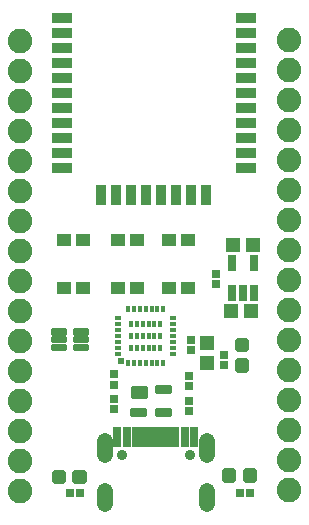
<source format=gbr>
G04 EAGLE Gerber RS-274X export*
G75*
%MOMM*%
%FSLAX34Y34*%
%LPD*%
%INSoldermask Top*%
%IPPOS*%
%AMOC8*
5,1,8,0,0,1.08239X$1,22.5*%
G01*
%ADD10C,2.082800*%
%ADD11R,0.300000X0.600000*%
%ADD12R,0.600000X0.300000*%
%ADD13R,0.500000X0.500000*%
%ADD14R,0.753200X1.403200*%
%ADD15R,1.203200X1.103200*%
%ADD16C,0.505344*%
%ADD17R,0.743200X0.803200*%
%ADD18R,1.303200X1.203200*%
%ADD19R,0.803200X0.743200*%
%ADD20R,1.203200X1.303200*%
%ADD21C,0.404144*%
%ADD22C,0.453416*%
%ADD23C,0.349006*%
%ADD24R,0.803200X1.653200*%
%ADD25R,0.503200X1.653200*%
%ADD26C,1.361200*%
%ADD27C,0.903200*%
%ADD28R,0.903200X1.703200*%
%ADD29R,1.703200X0.903200*%


D10*
X14290Y33539D03*
X14290Y58939D03*
X14290Y84339D03*
X14290Y109739D03*
X14290Y135139D03*
X14290Y160539D03*
X14290Y185939D03*
X14290Y211339D03*
X14290Y236739D03*
X14290Y262139D03*
X14290Y287539D03*
X14290Y312939D03*
X14290Y338339D03*
X14290Y363739D03*
X14290Y389139D03*
X14290Y414539D03*
X242570Y34330D03*
X242570Y59730D03*
X242570Y85130D03*
X242570Y110530D03*
X242570Y135930D03*
X242570Y161330D03*
X242570Y186730D03*
X242570Y212130D03*
X242570Y237530D03*
X242570Y262930D03*
X242570Y288330D03*
X242570Y313730D03*
X242570Y339130D03*
X242570Y364530D03*
X242570Y389930D03*
X242570Y415330D03*
D11*
X105940Y141800D03*
X110940Y141800D03*
X115940Y141800D03*
X120940Y141800D03*
X125940Y141800D03*
X130940Y141800D03*
X135940Y141800D03*
D12*
X143940Y149800D03*
X143940Y154800D03*
X143940Y159800D03*
X143940Y164800D03*
X143940Y169800D03*
X143940Y174800D03*
X143940Y179800D03*
D11*
X135940Y187800D03*
X130940Y187800D03*
X125940Y187800D03*
X120940Y187800D03*
X115940Y187800D03*
X110940Y187800D03*
X105940Y187800D03*
D12*
X97940Y179800D03*
X97940Y174800D03*
X97940Y169800D03*
X97940Y164800D03*
X97940Y159800D03*
X97940Y154800D03*
X97940Y149800D03*
D13*
X99915Y143775D03*
D11*
X108440Y154800D03*
X108440Y164800D03*
X108440Y174800D03*
X113440Y154800D03*
X113440Y164800D03*
X113440Y174800D03*
X118440Y154800D03*
X118440Y164800D03*
X118440Y174800D03*
X123440Y154800D03*
X123440Y164800D03*
X123440Y174800D03*
X128440Y154800D03*
X128440Y164800D03*
X128440Y174800D03*
X133440Y154800D03*
X133440Y164800D03*
X133440Y174800D03*
D14*
X193885Y200789D03*
X203385Y200789D03*
X212885Y200789D03*
X212885Y226791D03*
X193885Y226791D03*
D15*
X141075Y246185D03*
X157075Y246185D03*
X157075Y205185D03*
X141075Y205185D03*
X97700Y246185D03*
X113700Y246185D03*
X113700Y205185D03*
X97700Y205185D03*
D16*
X61560Y49195D02*
X61560Y42215D01*
X61560Y49195D02*
X68540Y49195D01*
X68540Y42215D01*
X61560Y42215D01*
X61560Y47015D02*
X68540Y47015D01*
X44020Y49195D02*
X44020Y42215D01*
X44020Y49195D02*
X51000Y49195D01*
X51000Y42215D01*
X44020Y42215D01*
X44020Y47015D02*
X51000Y47015D01*
X205730Y50050D02*
X205730Y43070D01*
X205730Y50050D02*
X212710Y50050D01*
X212710Y43070D01*
X205730Y43070D01*
X205730Y47870D02*
X212710Y47870D01*
X188190Y50050D02*
X188190Y43070D01*
X188190Y50050D02*
X195170Y50050D01*
X195170Y43070D01*
X188190Y43070D01*
X188190Y47870D02*
X195170Y47870D01*
D17*
X200495Y31925D03*
X209135Y31925D03*
X56945Y31955D03*
X65585Y31955D03*
D18*
X193515Y185675D03*
X210515Y185675D03*
X194540Y241730D03*
X211540Y241730D03*
D15*
X51785Y246185D03*
X67785Y246185D03*
X67785Y205185D03*
X51785Y205185D03*
D19*
X180145Y217250D03*
X180145Y208610D03*
X94020Y111420D03*
X94020Y102780D03*
X94080Y123655D03*
X94080Y132295D03*
X157515Y122385D03*
X157515Y131025D03*
D20*
X173085Y142160D03*
X173085Y159160D03*
D19*
X159115Y161405D03*
X159115Y152765D03*
D21*
X51786Y167569D02*
X42894Y167569D01*
X42894Y169561D01*
X51786Y169561D01*
X51786Y167569D01*
X51786Y161069D02*
X42894Y161069D01*
X42894Y163061D01*
X51786Y163061D01*
X51786Y161069D01*
X51786Y154569D02*
X42894Y154569D01*
X42894Y156561D01*
X51786Y156561D01*
X51786Y154569D01*
X61294Y156561D02*
X70186Y156561D01*
X70186Y154569D01*
X61294Y154569D01*
X61294Y156561D01*
X61294Y163061D02*
X70186Y163061D01*
X70186Y161069D01*
X61294Y161069D01*
X61294Y163061D01*
X61294Y169561D02*
X70186Y169561D01*
X70186Y167569D01*
X61294Y167569D01*
X61294Y169561D01*
D19*
X157840Y110150D03*
X157840Y101510D03*
D22*
X120129Y113756D02*
X110231Y113756D01*
X110231Y121154D01*
X120129Y121154D01*
X120129Y113756D01*
X120129Y118063D02*
X110231Y118063D01*
D23*
X109709Y98034D02*
X120651Y98034D01*
X109709Y98034D02*
X109709Y102476D01*
X120651Y102476D01*
X120651Y98034D01*
X120651Y101349D02*
X109709Y101349D01*
X130809Y98034D02*
X141751Y98034D01*
X130809Y98034D02*
X130809Y102476D01*
X141751Y102476D01*
X141751Y98034D01*
X141751Y101349D02*
X130809Y101349D01*
X130809Y117234D02*
X141751Y117234D01*
X130809Y117234D02*
X130809Y121676D01*
X141751Y121676D01*
X141751Y117234D01*
X141751Y120549D02*
X130809Y120549D01*
D16*
X199075Y143310D02*
X206055Y143310D01*
X206055Y136330D01*
X199075Y136330D01*
X199075Y143310D01*
X199075Y141130D02*
X206055Y141130D01*
X206055Y160850D02*
X199075Y160850D01*
X206055Y160850D02*
X206055Y153870D01*
X199075Y153870D01*
X199075Y160850D01*
X199075Y158670D02*
X206055Y158670D01*
D19*
X187325Y148465D03*
X187325Y139825D03*
D24*
X97040Y78890D03*
X105040Y78890D03*
D25*
X127040Y78890D03*
X122040Y78890D03*
X117040Y78890D03*
X112040Y78890D03*
X132040Y78890D03*
X137040Y78890D03*
X142040Y78890D03*
X147040Y78890D03*
D24*
X154040Y78890D03*
X162040Y78890D03*
D26*
X86340Y75530D02*
X86340Y63950D01*
X172740Y63950D02*
X172740Y75530D01*
X86340Y33730D02*
X86340Y22150D01*
X172740Y22150D02*
X172740Y33730D01*
D27*
X100640Y64440D03*
X158440Y64440D03*
D28*
X82820Y284220D03*
X95520Y284220D03*
X108220Y284220D03*
X120920Y284220D03*
X133620Y284220D03*
X146320Y284220D03*
X159020Y284220D03*
X171720Y284220D03*
D29*
X49920Y307010D03*
X49920Y319710D03*
X49920Y332410D03*
X49920Y345110D03*
X49920Y357810D03*
X49920Y370510D03*
X49920Y383210D03*
X49920Y395910D03*
X49920Y408610D03*
X49920Y421310D03*
X49920Y434010D03*
X205630Y307310D03*
X205630Y320010D03*
X205630Y332710D03*
X205630Y345410D03*
X205630Y358110D03*
X205630Y370810D03*
X205630Y383510D03*
X205630Y396210D03*
X205630Y408910D03*
X205630Y421610D03*
X205630Y434310D03*
M02*

</source>
